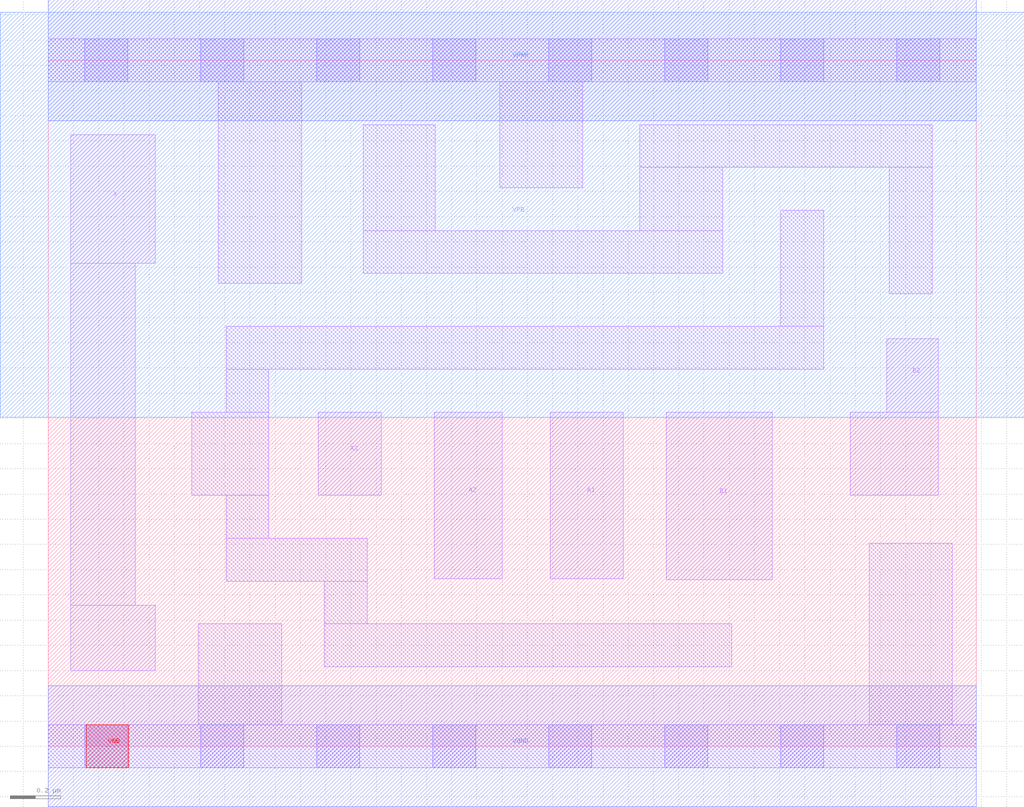
<source format=lef>
# Copyright 2020 The SkyWater PDK Authors
#
# Licensed under the Apache License, Version 2.0 (the "License");
# you may not use this file except in compliance with the License.
# You may obtain a copy of the License at
#
#     https://www.apache.org/licenses/LICENSE-2.0
#
# Unless required by applicable law or agreed to in writing, software
# distributed under the License is distributed on an "AS IS" BASIS,
# WITHOUT WARRANTIES OR CONDITIONS OF ANY KIND, either express or implied.
# See the License for the specific language governing permissions and
# limitations under the License.
#
# SPDX-License-Identifier: Apache-2.0

VERSION 5.7 ;
  NOWIREEXTENSIONATPIN ON ;
  DIVIDERCHAR "/" ;
  BUSBITCHARS "[]" ;
MACRO sky130_fd_sc_hd__a32o_1
  CLASS CORE ;
  FOREIGN sky130_fd_sc_hd__a32o_1 ;
  ORIGIN  0.000000  0.000000 ;
  SIZE  3.680000 BY  2.720000 ;
  SYMMETRY X Y R90 ;
  SITE unithd ;
  PIN A1
    ANTENNAGATEAREA  0.247500 ;
    DIRECTION INPUT ;
    USE SIGNAL ;
    PORT
      LAYER li1 ;
        RECT 1.990000 0.665000 2.280000 1.325000 ;
    END
  END A1
  PIN A2
    ANTENNAGATEAREA  0.247500 ;
    DIRECTION INPUT ;
    USE SIGNAL ;
    PORT
      LAYER li1 ;
        RECT 1.530000 0.665000 1.800000 1.325000 ;
    END
  END A2
  PIN A3
    ANTENNAGATEAREA  0.247500 ;
    DIRECTION INPUT ;
    USE SIGNAL ;
    PORT
      LAYER li1 ;
        RECT 1.070000 0.995000 1.320000 1.325000 ;
    END
  END A3
  PIN B1
    ANTENNAGATEAREA  0.247500 ;
    DIRECTION INPUT ;
    USE SIGNAL ;
    PORT
      LAYER li1 ;
        RECT 2.450000 0.660000 2.870000 1.325000 ;
    END
  END B1
  PIN B2
    ANTENNAGATEAREA  0.247500 ;
    DIRECTION INPUT ;
    USE SIGNAL ;
    PORT
      LAYER li1 ;
        RECT 3.180000 0.995000 3.530000 1.325000 ;
        RECT 3.325000 1.325000 3.530000 1.615000 ;
    END
  END B2
  PIN X
    ANTENNADIFFAREA  0.544500 ;
    DIRECTION OUTPUT ;
    USE SIGNAL ;
    PORT
      LAYER li1 ;
        RECT 0.090000 0.300000 0.425000 0.560000 ;
        RECT 0.090000 0.560000 0.345000 1.915000 ;
        RECT 0.090000 1.915000 0.425000 2.425000 ;
    END
  END X
  PIN VGND
    DIRECTION INOUT ;
    SHAPE ABUTMENT ;
    USE GROUND ;
    PORT
      LAYER met1 ;
        RECT 0.000000 -0.240000 3.680000 0.240000 ;
    END
  END VGND
  PIN VNB
    DIRECTION INOUT ;
    USE GROUND ;
    PORT
      LAYER pwell ;
        RECT 0.150000 -0.085000 0.320000 0.085000 ;
    END
  END VNB
  PIN VPB
    DIRECTION INOUT ;
    USE POWER ;
    PORT
      LAYER nwell ;
        RECT -0.190000 1.305000 3.870000 2.910000 ;
    END
  END VPB
  PIN VPWR
    DIRECTION INOUT ;
    SHAPE ABUTMENT ;
    USE POWER ;
    PORT
      LAYER met1 ;
        RECT 0.000000 2.480000 3.680000 2.960000 ;
    END
  END VPWR
  OBS
    LAYER li1 ;
      RECT 0.000000 -0.085000 3.680000 0.085000 ;
      RECT 0.000000  2.635000 3.680000 2.805000 ;
      RECT 0.570000  0.995000 0.875000 1.325000 ;
      RECT 0.595000  0.085000 0.925000 0.485000 ;
      RECT 0.675000  1.835000 1.005000 2.635000 ;
      RECT 0.705000  0.655000 1.265000 0.825000 ;
      RECT 0.705000  0.825000 0.875000 0.995000 ;
      RECT 0.705000  1.325000 0.875000 1.495000 ;
      RECT 0.705000  1.495000 3.075000 1.665000 ;
      RECT 1.095000  0.315000 2.710000 0.485000 ;
      RECT 1.095000  0.485000 1.265000 0.655000 ;
      RECT 1.250000  1.875000 2.675000 2.045000 ;
      RECT 1.250000  2.045000 1.535000 2.465000 ;
      RECT 1.790000  2.215000 2.120000 2.635000 ;
      RECT 2.345000  2.045000 2.675000 2.295000 ;
      RECT 2.345000  2.295000 3.505000 2.465000 ;
      RECT 2.905000  1.665000 3.075000 2.125000 ;
      RECT 3.255000  0.085000 3.585000 0.805000 ;
      RECT 3.335000  1.795000 3.505000 2.295000 ;
    LAYER mcon ;
      RECT 0.145000 -0.085000 0.315000 0.085000 ;
      RECT 0.145000  2.635000 0.315000 2.805000 ;
      RECT 0.605000 -0.085000 0.775000 0.085000 ;
      RECT 0.605000  2.635000 0.775000 2.805000 ;
      RECT 1.065000 -0.085000 1.235000 0.085000 ;
      RECT 1.065000  2.635000 1.235000 2.805000 ;
      RECT 1.525000 -0.085000 1.695000 0.085000 ;
      RECT 1.525000  2.635000 1.695000 2.805000 ;
      RECT 1.985000 -0.085000 2.155000 0.085000 ;
      RECT 1.985000  2.635000 2.155000 2.805000 ;
      RECT 2.445000 -0.085000 2.615000 0.085000 ;
      RECT 2.445000  2.635000 2.615000 2.805000 ;
      RECT 2.905000 -0.085000 3.075000 0.085000 ;
      RECT 2.905000  2.635000 3.075000 2.805000 ;
      RECT 3.365000 -0.085000 3.535000 0.085000 ;
      RECT 3.365000  2.635000 3.535000 2.805000 ;
  END
END sky130_fd_sc_hd__a32o_1
END LIBRARY

</source>
